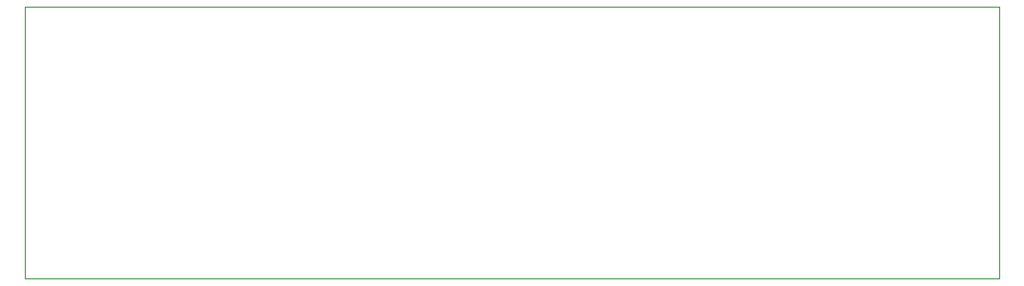
<source format=gbr>
%TF.GenerationSoftware,KiCad,Pcbnew,(5.1.9-0-10_14)*%
%TF.CreationDate,2021-01-02T21:25:14+01:00*%
%TF.ProjectId,diyscip-v2,64697973-6369-4702-9d76-322e6b696361,1.0*%
%TF.SameCoordinates,Original*%
%TF.FileFunction,Profile,NP*%
%FSLAX46Y46*%
G04 Gerber Fmt 4.6, Leading zero omitted, Abs format (unit mm)*
G04 Created by KiCad (PCBNEW (5.1.9-0-10_14)) date 2021-01-02 21:25:14*
%MOMM*%
%LPD*%
G01*
G04 APERTURE LIST*
%TA.AperFunction,Profile*%
%ADD10C,0.100000*%
%TD*%
G04 APERTURE END LIST*
D10*
X200342500Y-106870500D02*
X113919000Y-106870500D01*
X113919000Y-82740500D02*
X200342500Y-82740500D01*
X200342500Y-82740500D02*
X200342500Y-106870500D01*
X113919000Y-82740500D02*
X113919000Y-106870500D01*
M02*

</source>
